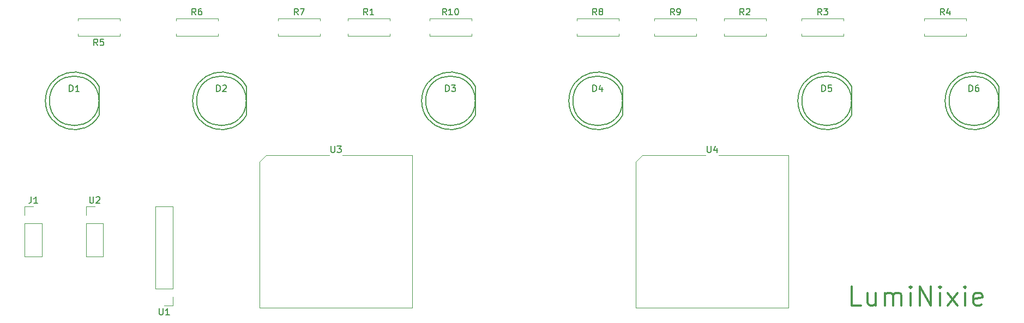
<source format=gbr>
G04 #@! TF.GenerationSoftware,KiCad,Pcbnew,(5.1.4-0-10_14)*
G04 #@! TF.CreationDate,2019-11-07T09:29:39+01:00*
G04 #@! TF.ProjectId,luminixie,6c756d69-6e69-4786-9965-2e6b69636164,rev?*
G04 #@! TF.SameCoordinates,Original*
G04 #@! TF.FileFunction,Legend,Top*
G04 #@! TF.FilePolarity,Positive*
%FSLAX46Y46*%
G04 Gerber Fmt 4.6, Leading zero omitted, Abs format (unit mm)*
G04 Created by KiCad (PCBNEW (5.1.4-0-10_14)) date 2019-11-07 09:29:39*
%MOMM*%
%LPD*%
G04 APERTURE LIST*
%ADD10C,0.300000*%
%ADD11C,0.120000*%
%ADD12C,0.150000*%
G04 APERTURE END LIST*
D10*
X213607142Y-105497142D02*
X212178571Y-105497142D01*
X212178571Y-102497142D01*
X215892857Y-103497142D02*
X215892857Y-105497142D01*
X214607142Y-103497142D02*
X214607142Y-105068571D01*
X214750000Y-105354285D01*
X215035714Y-105497142D01*
X215464285Y-105497142D01*
X215750000Y-105354285D01*
X215892857Y-105211428D01*
X217321428Y-105497142D02*
X217321428Y-103497142D01*
X217321428Y-103782857D02*
X217464285Y-103640000D01*
X217750000Y-103497142D01*
X218178571Y-103497142D01*
X218464285Y-103640000D01*
X218607142Y-103925714D01*
X218607142Y-105497142D01*
X218607142Y-103925714D02*
X218750000Y-103640000D01*
X219035714Y-103497142D01*
X219464285Y-103497142D01*
X219750000Y-103640000D01*
X219892857Y-103925714D01*
X219892857Y-105497142D01*
X221321428Y-105497142D02*
X221321428Y-103497142D01*
X221321428Y-102497142D02*
X221178571Y-102640000D01*
X221321428Y-102782857D01*
X221464285Y-102640000D01*
X221321428Y-102497142D01*
X221321428Y-102782857D01*
X222750000Y-105497142D02*
X222750000Y-102497142D01*
X224464285Y-105497142D01*
X224464285Y-102497142D01*
X225892857Y-105497142D02*
X225892857Y-103497142D01*
X225892857Y-102497142D02*
X225750000Y-102640000D01*
X225892857Y-102782857D01*
X226035714Y-102640000D01*
X225892857Y-102497142D01*
X225892857Y-102782857D01*
X227035714Y-105497142D02*
X228607142Y-103497142D01*
X227035714Y-103497142D02*
X228607142Y-105497142D01*
X229750000Y-105497142D02*
X229750000Y-103497142D01*
X229750000Y-102497142D02*
X229607142Y-102640000D01*
X229750000Y-102782857D01*
X229892857Y-102640000D01*
X229750000Y-102497142D01*
X229750000Y-102782857D01*
X232321428Y-105354285D02*
X232035714Y-105497142D01*
X231464285Y-105497142D01*
X231178571Y-105354285D01*
X231035714Y-105068571D01*
X231035714Y-103925714D01*
X231178571Y-103640000D01*
X231464285Y-103497142D01*
X232035714Y-103497142D01*
X232321428Y-103640000D01*
X232464285Y-103925714D01*
X232464285Y-104211428D01*
X231035714Y-104497142D01*
D11*
X192310000Y-61190000D02*
X192310000Y-60860000D01*
X192310000Y-60860000D02*
X198850000Y-60860000D01*
X198850000Y-60860000D02*
X198850000Y-61190000D01*
X192310000Y-63270000D02*
X192310000Y-63600000D01*
X192310000Y-63600000D02*
X198850000Y-63600000D01*
X198850000Y-63600000D02*
X198850000Y-63270000D01*
X133890000Y-61190000D02*
X133890000Y-60860000D01*
X133890000Y-60860000D02*
X140430000Y-60860000D01*
X140430000Y-60860000D02*
X140430000Y-61190000D01*
X133890000Y-63270000D02*
X133890000Y-63600000D01*
X133890000Y-63600000D02*
X140430000Y-63600000D01*
X140430000Y-63600000D02*
X140430000Y-63270000D01*
X106740000Y-105470000D02*
X105410000Y-105470000D01*
X106740000Y-104140000D02*
X106740000Y-105470000D01*
X106740000Y-102870000D02*
X104080000Y-102870000D01*
X104080000Y-102870000D02*
X104080000Y-90110000D01*
X106740000Y-102870000D02*
X106740000Y-90110000D01*
X106740000Y-90110000D02*
X104080000Y-90110000D01*
X93285000Y-97850000D02*
X95945000Y-97850000D01*
X93285000Y-92710000D02*
X93285000Y-97850000D01*
X95945000Y-92710000D02*
X95945000Y-97850000D01*
X93285000Y-92710000D02*
X95945000Y-92710000D01*
X93285000Y-91440000D02*
X93285000Y-90110000D01*
X93285000Y-90110000D02*
X94615000Y-90110000D01*
X83760000Y-90110000D02*
X85090000Y-90110000D01*
X83760000Y-91440000D02*
X83760000Y-90110000D01*
X83760000Y-92710000D02*
X86420000Y-92710000D01*
X86420000Y-92710000D02*
X86420000Y-97850000D01*
X83760000Y-92710000D02*
X83760000Y-97850000D01*
X83760000Y-97850000D02*
X86420000Y-97850000D01*
D12*
X234990000Y-73660000D02*
G75*
G03X234990000Y-73660000I-3850000J0D01*
G01*
X235054368Y-71490665D02*
G75*
G03X235054000Y-75830000I-3914368J-2169335D01*
G01*
X235054000Y-75830000D02*
X235054000Y-71490000D01*
X212130000Y-73660000D02*
G75*
G03X212130000Y-73660000I-3850000J0D01*
G01*
X212194368Y-71490665D02*
G75*
G03X212194000Y-75830000I-3914368J-2169335D01*
G01*
X212194000Y-75830000D02*
X212194000Y-71490000D01*
X176570000Y-73660000D02*
G75*
G03X176570000Y-73660000I-3850000J0D01*
G01*
X176634368Y-71490665D02*
G75*
G03X176634000Y-75830000I-3914368J-2169335D01*
G01*
X176634000Y-75830000D02*
X176634000Y-71490000D01*
X153710000Y-73660000D02*
G75*
G03X153710000Y-73660000I-3850000J0D01*
G01*
X153774368Y-71490665D02*
G75*
G03X153774000Y-75830000I-3914368J-2169335D01*
G01*
X153774000Y-75830000D02*
X153774000Y-71490000D01*
X118150000Y-73660000D02*
G75*
G03X118150000Y-73660000I-3850000J0D01*
G01*
X118214368Y-71490665D02*
G75*
G03X118214000Y-75830000I-3914368J-2169335D01*
G01*
X118214000Y-75830000D02*
X118214000Y-71490000D01*
X95290000Y-73660000D02*
G75*
G03X95290000Y-73660000I-3850000J0D01*
G01*
X95354368Y-71490665D02*
G75*
G03X95354000Y-75830000I-3914368J-2169335D01*
G01*
X95354000Y-75830000D02*
X95354000Y-71490000D01*
D11*
X204375000Y-61190000D02*
X204375000Y-60860000D01*
X204375000Y-60860000D02*
X210915000Y-60860000D01*
X210915000Y-60860000D02*
X210915000Y-61190000D01*
X204375000Y-63270000D02*
X204375000Y-63600000D01*
X204375000Y-63600000D02*
X210915000Y-63600000D01*
X210915000Y-63600000D02*
X210915000Y-63270000D01*
X223425000Y-61190000D02*
X223425000Y-60860000D01*
X223425000Y-60860000D02*
X229965000Y-60860000D01*
X229965000Y-60860000D02*
X229965000Y-61190000D01*
X223425000Y-63270000D02*
X223425000Y-63600000D01*
X223425000Y-63600000D02*
X229965000Y-63600000D01*
X229965000Y-63600000D02*
X229965000Y-63270000D01*
X91980000Y-60860000D02*
X91980000Y-61190000D01*
X98520000Y-60860000D02*
X91980000Y-60860000D01*
X98520000Y-61190000D02*
X98520000Y-60860000D01*
X91980000Y-63600000D02*
X91980000Y-63270000D01*
X98520000Y-63600000D02*
X91980000Y-63600000D01*
X98520000Y-63270000D02*
X98520000Y-63600000D01*
X107220000Y-61190000D02*
X107220000Y-60860000D01*
X107220000Y-60860000D02*
X113760000Y-60860000D01*
X113760000Y-60860000D02*
X113760000Y-61190000D01*
X107220000Y-63270000D02*
X107220000Y-63600000D01*
X107220000Y-63600000D02*
X113760000Y-63600000D01*
X113760000Y-63600000D02*
X113760000Y-63270000D01*
X123095000Y-61190000D02*
X123095000Y-60860000D01*
X123095000Y-60860000D02*
X129635000Y-60860000D01*
X129635000Y-60860000D02*
X129635000Y-61190000D01*
X123095000Y-63270000D02*
X123095000Y-63600000D01*
X123095000Y-63600000D02*
X129635000Y-63600000D01*
X129635000Y-63600000D02*
X129635000Y-63270000D01*
X169450000Y-61190000D02*
X169450000Y-60860000D01*
X169450000Y-60860000D02*
X175990000Y-60860000D01*
X175990000Y-60860000D02*
X175990000Y-61190000D01*
X169450000Y-63270000D02*
X169450000Y-63600000D01*
X169450000Y-63600000D02*
X175990000Y-63600000D01*
X175990000Y-63600000D02*
X175990000Y-63270000D01*
X188055000Y-63600000D02*
X188055000Y-63270000D01*
X181515000Y-63600000D02*
X188055000Y-63600000D01*
X181515000Y-63270000D02*
X181515000Y-63600000D01*
X188055000Y-60860000D02*
X188055000Y-61190000D01*
X181515000Y-60860000D02*
X188055000Y-60860000D01*
X181515000Y-61190000D02*
X181515000Y-60860000D01*
X153130000Y-63600000D02*
X153130000Y-63270000D01*
X146590000Y-63600000D02*
X153130000Y-63600000D01*
X146590000Y-63270000D02*
X146590000Y-63600000D01*
X153130000Y-60860000D02*
X153130000Y-61190000D01*
X146590000Y-60860000D02*
X153130000Y-60860000D01*
X146590000Y-61190000D02*
X146590000Y-60860000D01*
X131080000Y-82130000D02*
X121230000Y-82130000D01*
X121230000Y-82130000D02*
X120230000Y-83130000D01*
X120230000Y-83130000D02*
X120230000Y-105830000D01*
X120230000Y-105830000D02*
X143930000Y-105830000D01*
X143930000Y-105830000D02*
X143930000Y-82130000D01*
X143930000Y-82130000D02*
X133080000Y-82130000D01*
X202350000Y-82130000D02*
X191500000Y-82130000D01*
X202350000Y-105830000D02*
X202350000Y-82130000D01*
X178650000Y-105830000D02*
X202350000Y-105830000D01*
X178650000Y-83130000D02*
X178650000Y-105830000D01*
X179650000Y-82130000D02*
X178650000Y-83130000D01*
X189500000Y-82130000D02*
X179650000Y-82130000D01*
D12*
X195413333Y-60312380D02*
X195080000Y-59836190D01*
X194841904Y-60312380D02*
X194841904Y-59312380D01*
X195222857Y-59312380D01*
X195318095Y-59360000D01*
X195365714Y-59407619D01*
X195413333Y-59502857D01*
X195413333Y-59645714D01*
X195365714Y-59740952D01*
X195318095Y-59788571D01*
X195222857Y-59836190D01*
X194841904Y-59836190D01*
X195794285Y-59407619D02*
X195841904Y-59360000D01*
X195937142Y-59312380D01*
X196175238Y-59312380D01*
X196270476Y-59360000D01*
X196318095Y-59407619D01*
X196365714Y-59502857D01*
X196365714Y-59598095D01*
X196318095Y-59740952D01*
X195746666Y-60312380D01*
X196365714Y-60312380D01*
X136993333Y-60312380D02*
X136660000Y-59836190D01*
X136421904Y-60312380D02*
X136421904Y-59312380D01*
X136802857Y-59312380D01*
X136898095Y-59360000D01*
X136945714Y-59407619D01*
X136993333Y-59502857D01*
X136993333Y-59645714D01*
X136945714Y-59740952D01*
X136898095Y-59788571D01*
X136802857Y-59836190D01*
X136421904Y-59836190D01*
X137945714Y-60312380D02*
X137374285Y-60312380D01*
X137660000Y-60312380D02*
X137660000Y-59312380D01*
X137564761Y-59455238D01*
X137469523Y-59550476D01*
X137374285Y-59598095D01*
X104648095Y-105922380D02*
X104648095Y-106731904D01*
X104695714Y-106827142D01*
X104743333Y-106874761D01*
X104838571Y-106922380D01*
X105029047Y-106922380D01*
X105124285Y-106874761D01*
X105171904Y-106827142D01*
X105219523Y-106731904D01*
X105219523Y-105922380D01*
X106219523Y-106922380D02*
X105648095Y-106922380D01*
X105933809Y-106922380D02*
X105933809Y-105922380D01*
X105838571Y-106065238D01*
X105743333Y-106160476D01*
X105648095Y-106208095D01*
X93853095Y-88562380D02*
X93853095Y-89371904D01*
X93900714Y-89467142D01*
X93948333Y-89514761D01*
X94043571Y-89562380D01*
X94234047Y-89562380D01*
X94329285Y-89514761D01*
X94376904Y-89467142D01*
X94424523Y-89371904D01*
X94424523Y-88562380D01*
X94853095Y-88657619D02*
X94900714Y-88610000D01*
X94995952Y-88562380D01*
X95234047Y-88562380D01*
X95329285Y-88610000D01*
X95376904Y-88657619D01*
X95424523Y-88752857D01*
X95424523Y-88848095D01*
X95376904Y-88990952D01*
X94805476Y-89562380D01*
X95424523Y-89562380D01*
X84756666Y-88562380D02*
X84756666Y-89276666D01*
X84709047Y-89419523D01*
X84613809Y-89514761D01*
X84470952Y-89562380D01*
X84375714Y-89562380D01*
X85756666Y-89562380D02*
X85185238Y-89562380D01*
X85470952Y-89562380D02*
X85470952Y-88562380D01*
X85375714Y-88705238D01*
X85280476Y-88800476D01*
X85185238Y-88848095D01*
X230401904Y-72207380D02*
X230401904Y-71207380D01*
X230640000Y-71207380D01*
X230782857Y-71255000D01*
X230878095Y-71350238D01*
X230925714Y-71445476D01*
X230973333Y-71635952D01*
X230973333Y-71778809D01*
X230925714Y-71969285D01*
X230878095Y-72064523D01*
X230782857Y-72159761D01*
X230640000Y-72207380D01*
X230401904Y-72207380D01*
X231830476Y-71207380D02*
X231640000Y-71207380D01*
X231544761Y-71255000D01*
X231497142Y-71302619D01*
X231401904Y-71445476D01*
X231354285Y-71635952D01*
X231354285Y-72016904D01*
X231401904Y-72112142D01*
X231449523Y-72159761D01*
X231544761Y-72207380D01*
X231735238Y-72207380D01*
X231830476Y-72159761D01*
X231878095Y-72112142D01*
X231925714Y-72016904D01*
X231925714Y-71778809D01*
X231878095Y-71683571D01*
X231830476Y-71635952D01*
X231735238Y-71588333D01*
X231544761Y-71588333D01*
X231449523Y-71635952D01*
X231401904Y-71683571D01*
X231354285Y-71778809D01*
X207541904Y-72207380D02*
X207541904Y-71207380D01*
X207780000Y-71207380D01*
X207922857Y-71255000D01*
X208018095Y-71350238D01*
X208065714Y-71445476D01*
X208113333Y-71635952D01*
X208113333Y-71778809D01*
X208065714Y-71969285D01*
X208018095Y-72064523D01*
X207922857Y-72159761D01*
X207780000Y-72207380D01*
X207541904Y-72207380D01*
X209018095Y-71207380D02*
X208541904Y-71207380D01*
X208494285Y-71683571D01*
X208541904Y-71635952D01*
X208637142Y-71588333D01*
X208875238Y-71588333D01*
X208970476Y-71635952D01*
X209018095Y-71683571D01*
X209065714Y-71778809D01*
X209065714Y-72016904D01*
X209018095Y-72112142D01*
X208970476Y-72159761D01*
X208875238Y-72207380D01*
X208637142Y-72207380D01*
X208541904Y-72159761D01*
X208494285Y-72112142D01*
X171981904Y-72207380D02*
X171981904Y-71207380D01*
X172220000Y-71207380D01*
X172362857Y-71255000D01*
X172458095Y-71350238D01*
X172505714Y-71445476D01*
X172553333Y-71635952D01*
X172553333Y-71778809D01*
X172505714Y-71969285D01*
X172458095Y-72064523D01*
X172362857Y-72159761D01*
X172220000Y-72207380D01*
X171981904Y-72207380D01*
X173410476Y-71540714D02*
X173410476Y-72207380D01*
X173172380Y-71159761D02*
X172934285Y-71874047D01*
X173553333Y-71874047D01*
X149121904Y-72207380D02*
X149121904Y-71207380D01*
X149360000Y-71207380D01*
X149502857Y-71255000D01*
X149598095Y-71350238D01*
X149645714Y-71445476D01*
X149693333Y-71635952D01*
X149693333Y-71778809D01*
X149645714Y-71969285D01*
X149598095Y-72064523D01*
X149502857Y-72159761D01*
X149360000Y-72207380D01*
X149121904Y-72207380D01*
X150026666Y-71207380D02*
X150645714Y-71207380D01*
X150312380Y-71588333D01*
X150455238Y-71588333D01*
X150550476Y-71635952D01*
X150598095Y-71683571D01*
X150645714Y-71778809D01*
X150645714Y-72016904D01*
X150598095Y-72112142D01*
X150550476Y-72159761D01*
X150455238Y-72207380D01*
X150169523Y-72207380D01*
X150074285Y-72159761D01*
X150026666Y-72112142D01*
X113561904Y-72207380D02*
X113561904Y-71207380D01*
X113800000Y-71207380D01*
X113942857Y-71255000D01*
X114038095Y-71350238D01*
X114085714Y-71445476D01*
X114133333Y-71635952D01*
X114133333Y-71778809D01*
X114085714Y-71969285D01*
X114038095Y-72064523D01*
X113942857Y-72159761D01*
X113800000Y-72207380D01*
X113561904Y-72207380D01*
X114514285Y-71302619D02*
X114561904Y-71255000D01*
X114657142Y-71207380D01*
X114895238Y-71207380D01*
X114990476Y-71255000D01*
X115038095Y-71302619D01*
X115085714Y-71397857D01*
X115085714Y-71493095D01*
X115038095Y-71635952D01*
X114466666Y-72207380D01*
X115085714Y-72207380D01*
X90701904Y-72207380D02*
X90701904Y-71207380D01*
X90940000Y-71207380D01*
X91082857Y-71255000D01*
X91178095Y-71350238D01*
X91225714Y-71445476D01*
X91273333Y-71635952D01*
X91273333Y-71778809D01*
X91225714Y-71969285D01*
X91178095Y-72064523D01*
X91082857Y-72159761D01*
X90940000Y-72207380D01*
X90701904Y-72207380D01*
X92225714Y-72207380D02*
X91654285Y-72207380D01*
X91940000Y-72207380D02*
X91940000Y-71207380D01*
X91844761Y-71350238D01*
X91749523Y-71445476D01*
X91654285Y-71493095D01*
X207478333Y-60312380D02*
X207145000Y-59836190D01*
X206906904Y-60312380D02*
X206906904Y-59312380D01*
X207287857Y-59312380D01*
X207383095Y-59360000D01*
X207430714Y-59407619D01*
X207478333Y-59502857D01*
X207478333Y-59645714D01*
X207430714Y-59740952D01*
X207383095Y-59788571D01*
X207287857Y-59836190D01*
X206906904Y-59836190D01*
X207811666Y-59312380D02*
X208430714Y-59312380D01*
X208097380Y-59693333D01*
X208240238Y-59693333D01*
X208335476Y-59740952D01*
X208383095Y-59788571D01*
X208430714Y-59883809D01*
X208430714Y-60121904D01*
X208383095Y-60217142D01*
X208335476Y-60264761D01*
X208240238Y-60312380D01*
X207954523Y-60312380D01*
X207859285Y-60264761D01*
X207811666Y-60217142D01*
X226528333Y-60312380D02*
X226195000Y-59836190D01*
X225956904Y-60312380D02*
X225956904Y-59312380D01*
X226337857Y-59312380D01*
X226433095Y-59360000D01*
X226480714Y-59407619D01*
X226528333Y-59502857D01*
X226528333Y-59645714D01*
X226480714Y-59740952D01*
X226433095Y-59788571D01*
X226337857Y-59836190D01*
X225956904Y-59836190D01*
X227385476Y-59645714D02*
X227385476Y-60312380D01*
X227147380Y-59264761D02*
X226909285Y-59979047D01*
X227528333Y-59979047D01*
X95083333Y-65052380D02*
X94750000Y-64576190D01*
X94511904Y-65052380D02*
X94511904Y-64052380D01*
X94892857Y-64052380D01*
X94988095Y-64100000D01*
X95035714Y-64147619D01*
X95083333Y-64242857D01*
X95083333Y-64385714D01*
X95035714Y-64480952D01*
X94988095Y-64528571D01*
X94892857Y-64576190D01*
X94511904Y-64576190D01*
X95988095Y-64052380D02*
X95511904Y-64052380D01*
X95464285Y-64528571D01*
X95511904Y-64480952D01*
X95607142Y-64433333D01*
X95845238Y-64433333D01*
X95940476Y-64480952D01*
X95988095Y-64528571D01*
X96035714Y-64623809D01*
X96035714Y-64861904D01*
X95988095Y-64957142D01*
X95940476Y-65004761D01*
X95845238Y-65052380D01*
X95607142Y-65052380D01*
X95511904Y-65004761D01*
X95464285Y-64957142D01*
X110323333Y-60312380D02*
X109990000Y-59836190D01*
X109751904Y-60312380D02*
X109751904Y-59312380D01*
X110132857Y-59312380D01*
X110228095Y-59360000D01*
X110275714Y-59407619D01*
X110323333Y-59502857D01*
X110323333Y-59645714D01*
X110275714Y-59740952D01*
X110228095Y-59788571D01*
X110132857Y-59836190D01*
X109751904Y-59836190D01*
X111180476Y-59312380D02*
X110990000Y-59312380D01*
X110894761Y-59360000D01*
X110847142Y-59407619D01*
X110751904Y-59550476D01*
X110704285Y-59740952D01*
X110704285Y-60121904D01*
X110751904Y-60217142D01*
X110799523Y-60264761D01*
X110894761Y-60312380D01*
X111085238Y-60312380D01*
X111180476Y-60264761D01*
X111228095Y-60217142D01*
X111275714Y-60121904D01*
X111275714Y-59883809D01*
X111228095Y-59788571D01*
X111180476Y-59740952D01*
X111085238Y-59693333D01*
X110894761Y-59693333D01*
X110799523Y-59740952D01*
X110751904Y-59788571D01*
X110704285Y-59883809D01*
X126198333Y-60312380D02*
X125865000Y-59836190D01*
X125626904Y-60312380D02*
X125626904Y-59312380D01*
X126007857Y-59312380D01*
X126103095Y-59360000D01*
X126150714Y-59407619D01*
X126198333Y-59502857D01*
X126198333Y-59645714D01*
X126150714Y-59740952D01*
X126103095Y-59788571D01*
X126007857Y-59836190D01*
X125626904Y-59836190D01*
X126531666Y-59312380D02*
X127198333Y-59312380D01*
X126769761Y-60312380D01*
X172553333Y-60312380D02*
X172220000Y-59836190D01*
X171981904Y-60312380D02*
X171981904Y-59312380D01*
X172362857Y-59312380D01*
X172458095Y-59360000D01*
X172505714Y-59407619D01*
X172553333Y-59502857D01*
X172553333Y-59645714D01*
X172505714Y-59740952D01*
X172458095Y-59788571D01*
X172362857Y-59836190D01*
X171981904Y-59836190D01*
X173124761Y-59740952D02*
X173029523Y-59693333D01*
X172981904Y-59645714D01*
X172934285Y-59550476D01*
X172934285Y-59502857D01*
X172981904Y-59407619D01*
X173029523Y-59360000D01*
X173124761Y-59312380D01*
X173315238Y-59312380D01*
X173410476Y-59360000D01*
X173458095Y-59407619D01*
X173505714Y-59502857D01*
X173505714Y-59550476D01*
X173458095Y-59645714D01*
X173410476Y-59693333D01*
X173315238Y-59740952D01*
X173124761Y-59740952D01*
X173029523Y-59788571D01*
X172981904Y-59836190D01*
X172934285Y-59931428D01*
X172934285Y-60121904D01*
X172981904Y-60217142D01*
X173029523Y-60264761D01*
X173124761Y-60312380D01*
X173315238Y-60312380D01*
X173410476Y-60264761D01*
X173458095Y-60217142D01*
X173505714Y-60121904D01*
X173505714Y-59931428D01*
X173458095Y-59836190D01*
X173410476Y-59788571D01*
X173315238Y-59740952D01*
X184618333Y-60312380D02*
X184285000Y-59836190D01*
X184046904Y-60312380D02*
X184046904Y-59312380D01*
X184427857Y-59312380D01*
X184523095Y-59360000D01*
X184570714Y-59407619D01*
X184618333Y-59502857D01*
X184618333Y-59645714D01*
X184570714Y-59740952D01*
X184523095Y-59788571D01*
X184427857Y-59836190D01*
X184046904Y-59836190D01*
X185094523Y-60312380D02*
X185285000Y-60312380D01*
X185380238Y-60264761D01*
X185427857Y-60217142D01*
X185523095Y-60074285D01*
X185570714Y-59883809D01*
X185570714Y-59502857D01*
X185523095Y-59407619D01*
X185475476Y-59360000D01*
X185380238Y-59312380D01*
X185189761Y-59312380D01*
X185094523Y-59360000D01*
X185046904Y-59407619D01*
X184999285Y-59502857D01*
X184999285Y-59740952D01*
X185046904Y-59836190D01*
X185094523Y-59883809D01*
X185189761Y-59931428D01*
X185380238Y-59931428D01*
X185475476Y-59883809D01*
X185523095Y-59836190D01*
X185570714Y-59740952D01*
X149217142Y-60312380D02*
X148883809Y-59836190D01*
X148645714Y-60312380D02*
X148645714Y-59312380D01*
X149026666Y-59312380D01*
X149121904Y-59360000D01*
X149169523Y-59407619D01*
X149217142Y-59502857D01*
X149217142Y-59645714D01*
X149169523Y-59740952D01*
X149121904Y-59788571D01*
X149026666Y-59836190D01*
X148645714Y-59836190D01*
X150169523Y-60312380D02*
X149598095Y-60312380D01*
X149883809Y-60312380D02*
X149883809Y-59312380D01*
X149788571Y-59455238D01*
X149693333Y-59550476D01*
X149598095Y-59598095D01*
X150788571Y-59312380D02*
X150883809Y-59312380D01*
X150979047Y-59360000D01*
X151026666Y-59407619D01*
X151074285Y-59502857D01*
X151121904Y-59693333D01*
X151121904Y-59931428D01*
X151074285Y-60121904D01*
X151026666Y-60217142D01*
X150979047Y-60264761D01*
X150883809Y-60312380D01*
X150788571Y-60312380D01*
X150693333Y-60264761D01*
X150645714Y-60217142D01*
X150598095Y-60121904D01*
X150550476Y-59931428D01*
X150550476Y-59693333D01*
X150598095Y-59502857D01*
X150645714Y-59407619D01*
X150693333Y-59360000D01*
X150788571Y-59312380D01*
X131318095Y-80682380D02*
X131318095Y-81491904D01*
X131365714Y-81587142D01*
X131413333Y-81634761D01*
X131508571Y-81682380D01*
X131699047Y-81682380D01*
X131794285Y-81634761D01*
X131841904Y-81587142D01*
X131889523Y-81491904D01*
X131889523Y-80682380D01*
X132270476Y-80682380D02*
X132889523Y-80682380D01*
X132556190Y-81063333D01*
X132699047Y-81063333D01*
X132794285Y-81110952D01*
X132841904Y-81158571D01*
X132889523Y-81253809D01*
X132889523Y-81491904D01*
X132841904Y-81587142D01*
X132794285Y-81634761D01*
X132699047Y-81682380D01*
X132413333Y-81682380D01*
X132318095Y-81634761D01*
X132270476Y-81587142D01*
X189738095Y-80682380D02*
X189738095Y-81491904D01*
X189785714Y-81587142D01*
X189833333Y-81634761D01*
X189928571Y-81682380D01*
X190119047Y-81682380D01*
X190214285Y-81634761D01*
X190261904Y-81587142D01*
X190309523Y-81491904D01*
X190309523Y-80682380D01*
X191214285Y-81015714D02*
X191214285Y-81682380D01*
X190976190Y-80634761D02*
X190738095Y-81349047D01*
X191357142Y-81349047D01*
M02*

</source>
